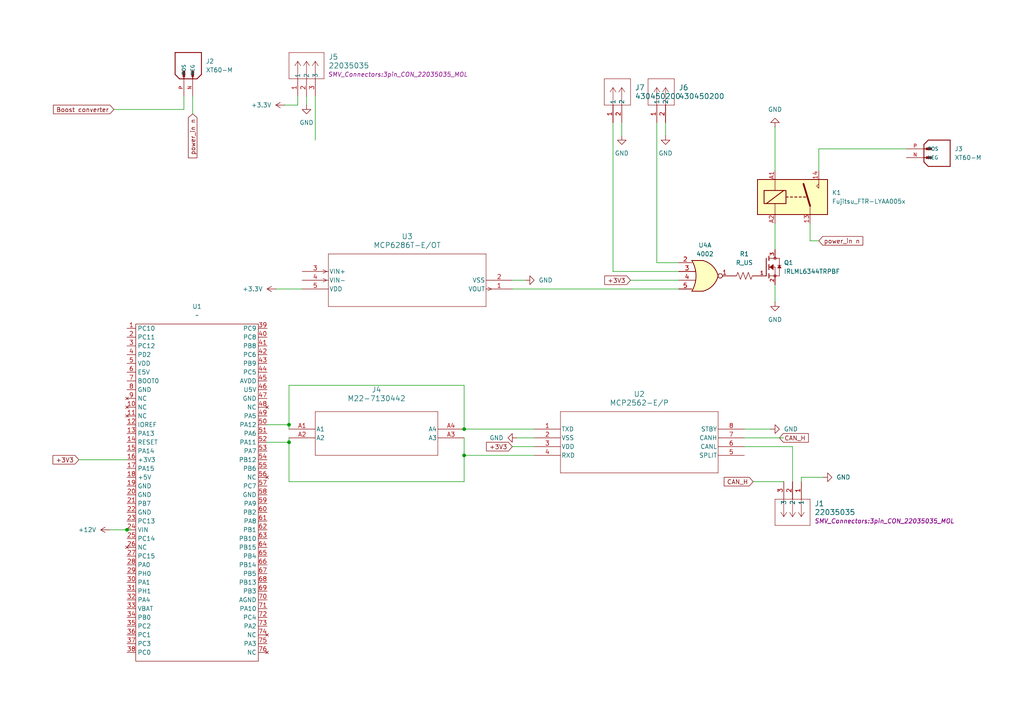
<source format=kicad_sch>
(kicad_sch (version 20250114) (generator "eeschema") (generator_version "9.0")
  (paper "A4")
  (lib_symbols
    (symbol "4xxx:4002" (pin_names (offset 1.016))
      (property "Reference" "U" (at 0 1.27 0))
      (property "Value" "4002" (at 0 -1.27 0))
      (symbol "4002_1_1"
        (arc (start -3.81 4.445) (mid -2.5908 0) (end -3.81 -4.445) (stroke (width 0.254)))
        (polyline (pts (xy -3.81 4.445) (xy -0.635 4.445)) (stroke (width 0.254)) (fill (type background)))
        (polyline (pts (xy -3.81 -4.445) (xy -0.635 -4.445)) (stroke (width 0.254)) (fill (type background)))
        (arc (start -0.6096 4.445) (mid 2.2198 2.8385) (end 3.81 0) (stroke (width 0.254)) (fill (type background)))
        (arc (start 3.81 0) (mid 2.224 -2.8428) (end -0.6096 -4.445) (stroke (width 0.254)) (fill (type background)))
        (polyline (pts (xy -0.635 4.445) (xy -3.81 4.445) (xy -3.81 4.445) (xy -3.6322 4.0894) (xy -3.0988 2.921) (xy -2.7686 1.6764) (xy -2.6162 0.4318) (xy -2.6416 -0.8636) (xy -2.8702 -2.1082) (xy -3.2512 -3.3274) (xy -3.81 -4.445) (xy -3.81 -4.445) (xy -0.635 -4.445)) (stroke (width -25.4)) (fill (type background)))
        (pin input line (at -7.62 3.81 0) (length 3.81) (name "~") (number "2"))
        (pin input line (at -7.62 1.27 0) (length 4.826) (name "~") (number "3"))
        (pin input line (at -7.62 -1.27 0) (length 4.826) (name "~") (number "4"))
        (pin input line (at -7.62 -3.81 0) (length 3.81) (name "~") (number "5"))
        (pin output inverted (at 7.62 0 180) (length 3.81) (name "~") (number "1"))
      )
      (symbol "4002_1_2"
        (arc (start -0.635 4.445) (mid 3.7907 0) (end -0.635 -4.445) (stroke (width 0.254)) (fill (type background)))
        (polyline (pts (xy -0.635 4.445) (xy -3.81 4.445) (xy -3.81 -4.445) (xy -0.635 -4.445)) (stroke (width 0.254)) (fill (type background)))
        (pin input inverted (at -7.62 3.81 0) (length 3.81) (name "~") (number "2"))
        (pin input inverted (at -7.62 1.27 0) (length 3.81) (name "~") (number "3"))
        (pin input inverted (at -7.62 -1.27 0) (length 3.81) (name "~") (number "4"))
        (pin input inverted (at -7.62 -3.81 0) (length 3.81) (name "~") (number "5"))
        (pin output line (at 7.62 0 180) (length 3.81) (name "~") (number "1"))
      )
      (symbol "4002_2_1"
        (arc (start -3.81 4.445) (mid -2.5908 0) (end -3.81 -4.445) (stroke (width 0.254)))
        (polyline (pts (xy -3.81 4.445) (xy -0.635 4.445)) (stroke (width 0.254)) (fill (type background)))
        (polyline (pts (xy -3.81 -4.445) (xy -0.635 -4.445)) (stroke (width 0.254)) (fill (type background)))
        (arc (start -0.6096 4.445) (mid 2.2198 2.8385) (end 3.81 0) (stroke (width 0.254)) (fill (type background)))
        (arc (start 3.81 0) (mid 2.224 -2.8428) (end -0.6096 -4.445) (stroke (width 0.254)) (fill (type background)))
        (polyline (pts (xy -0.635 4.445) (xy -3.81 4.445) (xy -3.81 4.445) (xy -3.6322 4.0894) (xy -3.0988 2.921) (xy -2.7686 1.6764) (xy -2.6162 0.4318) (xy -2.6416 -0.8636) (xy -2.8702 -2.1082) (xy -3.2512 -3.3274) (xy -3.81 -4.445) (xy -3.81 -4.445) (xy -0.635 -4.445)) (stroke (width -25.4)) (fill (type background)))
        (pin input line (at -7.62 3.81 0) (length 3.81) (name "~") (number "9"))
        (pin input line (at -7.62 1.27 0) (length 4.826) (name "~") (number "10"))
        (pin input line (at -7.62 -1.27 0) (length 4.826) (name "~") (number "11"))
        (pin input line (at -7.62 -3.81 0) (length 3.81) (name "~") (number "12"))
        (pin output inverted (at 7.62 0 180) (length 3.81) (name "~") (number "13"))
      )
      (symbol "4002_2_2"
        (arc (start -0.635 4.445) (mid 3.7907 0) (end -0.635 -4.445) (stroke (width 0.254)) (fill (type background)))
        (polyline (pts (xy -0.635 4.445) (xy -3.81 4.445) (xy -3.81 -4.445) (xy -0.635 -4.445)) (stroke (width 0.254)) (fill (type background)))
        (pin input inverted (at -7.62 3.81 0) (length 3.81) (name "~") (number "9"))
        (pin input inverted (at -7.62 1.27 0) (length 3.81) (name "~") (number "10"))
        (pin input inverted (at -7.62 -1.27 0) (length 3.81) (name "~") (number "11"))
        (pin input inverted (at -7.62 -3.81 0) (length 3.81) (name "~") (number "12"))
        (pin output line (at 7.62 0 180) (length 3.81) (name "~") (number "13"))
      )
      (symbol "4002_3_0"
        (pin power_in line (at 0 12.7 270) (length 5.08) (name "VDD") (number "14"))
        (pin power_in line (at 0 -12.7 90) (length 5.08) (name "VSS") (number "7"))
      )
      (symbol "4002_3_1"
        (rectangle (start -5.08 7.62) (end 5.08 -7.62) (stroke (width 0.254)) (fill (type background)))
      )
    )
    (symbol "Device:R_US" (pin_numbers (hide yes)) (pin_names (offset 0))
      (property "Reference" "R" (at 2.54 0 90))
      (property "Value" "R_US" (at -2.54 0 90))
      (symbol "R_US_0_1"
        (polyline (pts (xy 0 2.286) (xy 0 2.54)))
        (polyline (pts (xy 0 2.286) (xy 1.016 1.905) (xy 0 1.524) (xy -1.016 1.143) (xy 0 0.762)))
        (polyline (pts (xy 0 0.762) (xy 1.016 0.381) (xy 0 0) (xy -1.016 -0.381) (xy 0 -0.762)))
        (polyline (pts (xy 0 -0.762) (xy 1.016 -1.143) (xy 0 -1.524) (xy -1.016 -1.905) (xy 0 -2.286)))
        (polyline (pts (xy 0 -2.286) (xy 0 -2.54)))
      )
      (symbol "R_US_1_1"
        (pin passive line (at 0 3.81 270) (length 1.27) (name "~") (number "1"))
        (pin passive line (at 0 -3.81 90) (length 1.27) (name "~") (number "2"))
      )
    )
    (symbol "IRLML6344TRPBF:IRLML6344TRPBF" (pin_names (offset 1.016))
      (property "Reference" "Q" (at -8.89 2.54 0))
      (property "Value" "IRLML6344TRPBF" (at -8.89 -7.62 0))
      (symbol "IRLML6344TRPBF_0_0"
        (polyline (pts (xy 0 2.54) (xy 0 -2.54)) (stroke (width 0.254)))
        (polyline (pts (xy 0.762 3.175) (xy 0.762 2.54)) (stroke (width 0.254)))
        (polyline (pts (xy 0.762 2.54) (xy 0.762 1.905)) (stroke (width 0.254)))
        (polyline (pts (xy 0.762 2.54) (xy 3.81 2.54)) (stroke (width 0.1524)))
        (polyline (pts (xy 0.762 0.762) (xy 0.762 0)) (stroke (width 0.254)))
        (polyline (pts (xy 0.762 0) (xy 0.762 -0.762)) (stroke (width 0.254)))
        (polyline (pts (xy 0.762 0) (xy 2.54 0)) (stroke (width 0.1524)))
        (polyline (pts (xy 0.762 -1.905) (xy 0.762 -3.175)) (stroke (width 0.254)))
        (polyline (pts (xy 1.016 0) (xy 2.032 0.762) (xy 2.032 -0.762) (xy 1.016 0)) (stroke (width 0.1524)) (fill (type outline)))
        (circle (center 2.54 2.54) (radius 0.3592))
        (polyline (pts (xy 2.54 0) (xy 2.54 -2.54)) (stroke (width 0.1524)))
        (circle (center 2.54 -2.54) (radius 0.3592))
        (polyline (pts (xy 3.81 2.54) (xy 3.81 0.508)) (stroke (width 0.1524)))
        (polyline (pts (xy 3.81 0.508) (xy 3.302 0.508)) (stroke (width 0.1524)))
        (polyline (pts (xy 3.81 0.508) (xy 3.81 -2.54)) (stroke (width 0.1524)))
        (polyline (pts (xy 3.81 0.508) (xy 3.302 -0.254) (xy 4.318 -0.254) (xy 3.81 0.508)) (stroke (width 0.1524)) (fill (type outline)))
        (polyline (pts (xy 3.81 -2.54) (xy 0.762 -2.54)) (stroke (width 0.1524)))
        (polyline (pts (xy 4.318 0.508) (xy 3.81 0.508)) (stroke (width 0.1524)))
        (pin passive line (at -2.54 -2.54 0) (length 2.54) (name "~") (number "1"))
        (pin passive line (at 2.54 5.08 270) (length 2.54) (name "~") (number "3"))
        (pin passive line (at 2.54 -5.08 90) (length 2.54) (name "~") (number "2"))
      )
    )
    (symbol "Relay:Fujitsu_FTR-LYAA005x"
      (property "Reference" "K" (at 11.43 3.81 0))
      (property "Value" "Fujitsu_FTR-LYAA005x" (at 11.43 1.27 0))
      (symbol "Fujitsu_FTR-LYAA005x_0_0"
        (polyline (pts (xy 7.62 5.08) (xy 7.62 2.54) (xy 6.985 3.175) (xy 7.62 3.81)))
      )
      (symbol "Fujitsu_FTR-LYAA005x_0_1"
        (rectangle (start -10.16 5.08) (end 10.16 -5.08) (stroke (width 0.254)) (fill (type background)))
        (rectangle (start -8.255 1.905) (end -1.905 -1.905) (stroke (width 0.254)))
        (polyline (pts (xy -7.62 -1.905) (xy -2.54 1.905)) (stroke (width 0.254)))
        (polyline (pts (xy -5.08 5.08) (xy -5.08 1.905)))
        (polyline (pts (xy -5.08 -5.08) (xy -5.08 -1.905)))
        (polyline (pts (xy -1.905 0) (xy -1.27 0)) (stroke (width 0.254)))
        (polyline (pts (xy -0.635 0) (xy 0 0)) (stroke (width 0.254)))
        (polyline (pts (xy 0.635 0) (xy 1.27 0)) (stroke (width 0.254)))
        (polyline (pts (xy 1.905 0) (xy 2.54 0)) (stroke (width 0.254)))
        (polyline (pts (xy 3.175 0) (xy 3.81 0)) (stroke (width 0.254)))
        (polyline (pts (xy 5.08 -2.54) (xy 3.175 3.81)) (stroke (width 0.508)))
        (polyline (pts (xy 5.08 -2.54) (xy 5.08 -5.08)))
      )
      (symbol "Fujitsu_FTR-LYAA005x_1_1"
        (pin passive line (at -5.08 7.62 270) (length 2.54) (name "~") (number "A1"))
        (pin passive line (at -5.08 -7.62 90) (length 2.54) (name "~") (number "A2"))
        (pin passive line (at 5.08 -7.62 90) (length 2.54) (name "~") (number "13"))
        (pin passive line (at 7.62 7.62 270) (length 2.54) (name "~") (number "14"))
      )
    )
    (symbol "SMV_Custom:3-pin Mini Molex Spox" (pin_names (offset 0.254))
      (property "Reference" "J" (at 8.89 6.35 0))
      (property "Value" "22035035" (at -3.81 3.81 0))
      (property "Footprint" "SMV_Connectors:3pin_CON_22035035_MOL" (at 0 0 0))
      (symbol "3-pin Mini Molex Spox_1_1"
        (polyline (pts (xy 5.08 2.54) (xy 5.08 -7.62)) (stroke (width 0.127)))
        (polyline (pts (xy 5.08 -7.62) (xy 12.7 -7.62)) (stroke (width 0.127)))
        (polyline (pts (xy 10.16 0) (xy 5.08 0)) (stroke (width 0.127)))
        (polyline (pts (xy 10.16 0) (xy 8.89 0.8467)) (stroke (width 0.127)))
        (polyline (pts (xy 10.16 0) (xy 8.89 -0.8467)) (stroke (width 0.127)))
        (polyline (pts (xy 10.16 -2.54) (xy 5.08 -2.54)) (stroke (width 0.127)))
        (polyline (pts (xy 10.16 -2.54) (xy 8.89 -1.6933)) (stroke (width 0.127)))
        (polyline (pts (xy 10.16 -2.54) (xy 8.89 -3.3867)) (stroke (width 0.127)))
        (polyline (pts (xy 10.16 -5.08) (xy 5.08 -5.08)) (stroke (width 0.127)))
        (polyline (pts (xy 10.16 -5.08) (xy 8.89 -4.2333)) (stroke (width 0.127)))
        (polyline (pts (xy 10.16 -5.08) (xy 8.89 -5.9267)) (stroke (width 0.127)))
        (polyline (pts (xy 12.7 2.54) (xy 5.08 2.54)) (stroke (width 0.127)))
        (polyline (pts (xy 12.7 -7.62) (xy 12.7 2.54)) (stroke (width 0.127)))
        (pin unspecified line (at 0 0 0) (length 5.08) (name "1") (number "1"))
        (pin unspecified line (at 0 -2.54 0) (length 5.08) (name "2") (number "2"))
        (pin unspecified line (at 0 -5.08 0) (length 5.08) (name "3") (number "3"))
      )
      (symbol "3-pin Mini Molex Spox_1_2"
        (polyline (pts (xy 5.08 2.54) (xy 5.08 -7.62)) (stroke (width 0.127)))
        (polyline (pts (xy 5.08 -7.62) (xy 12.7 -7.62)) (stroke (width 0.127)))
        (polyline (pts (xy 7.62 0) (xy 5.08 0)) (stroke (width 0.127)))
        (polyline (pts (xy 7.62 0) (xy 8.89 0.8467)) (stroke (width 0.127)))
        (polyline (pts (xy 7.62 0) (xy 8.89 -0.8467)) (stroke (width 0.127)))
        (polyline (pts (xy 7.62 -2.54) (xy 5.08 -2.54)) (stroke (width 0.127)))
        (polyline (pts (xy 7.62 -2.54) (xy 8.89 -1.6933)) (stroke (width 0.127)))
        (polyline (pts (xy 7.62 -2.54) (xy 8.89 -3.3867)) (stroke (width 0.127)))
        (polyline (pts (xy 7.62 -5.08) (xy 5.08 -5.08)) (stroke (width 0.127)))
        (polyline (pts (xy 7.62 -5.08) (xy 8.89 -4.2333)) (stroke (width 0.127)))
        (polyline (pts (xy 7.62 -5.08) (xy 8.89 -5.9267)) (stroke (width 0.127)))
        (polyline (pts (xy 12.7 2.54) (xy 5.08 2.54)) (stroke (width 0.127)))
        (polyline (pts (xy 12.7 -7.62) (xy 12.7 2.54)) (stroke (width 0.127)))
        (pin unspecified line (at 0 0 0) (length 5.08) (name "1") (number "1"))
        (pin unspecified line (at 0 -2.54 0) (length 5.08) (name "2") (number "2"))
        (pin unspecified line (at 0 -5.08 0) (length 5.08) (name "3") (number "3"))
      )
    )
    (symbol "SMV_Custom:430450200" (pin_names (offset 0.254))
      (property "Reference" "J" (at 8.89 6.35 0))
      (property "Value" "430450200" (at -3.048 -7.62 0))
      (symbol "430450200_1_1"
        (polyline (pts (xy 5.08 2.54) (xy 5.08 -5.08)) (stroke (width 0.127)))
        (polyline (pts (xy 5.08 -5.08) (xy 12.7 -5.08)) (stroke (width 0.127)))
        (polyline (pts (xy 10.16 0) (xy 5.08 0)) (stroke (width 0.127)))
        (polyline (pts (xy 10.16 0) (xy 8.89 0.8467)) (stroke (width 0.127)))
        (polyline (pts (xy 10.16 0) (xy 8.89 -0.8467)) (stroke (width 0.127)))
        (polyline (pts (xy 10.16 -2.54) (xy 5.08 -2.54)) (stroke (width 0.127)))
        (polyline (pts (xy 10.16 -2.54) (xy 8.89 -1.6933)) (stroke (width 0.127)))
        (polyline (pts (xy 10.16 -2.54) (xy 8.89 -3.3867)) (stroke (width 0.127)))
        (polyline (pts (xy 12.7 2.54) (xy 5.08 2.54)) (stroke (width 0.127)))
        (polyline (pts (xy 12.7 -5.08) (xy 12.7 2.54)) (stroke (width 0.127)))
        (pin unspecified line (at 0 0 0) (length 5.08) (name "1") (number "1"))
        (pin unspecified line (at 0 -2.54 0) (length 5.08) (name "2") (number "2"))
      )
      (symbol "430450200_1_2"
        (polyline (pts (xy 5.08 2.54) (xy 5.08 -5.08)) (stroke (width 0.127)))
        (polyline (pts (xy 5.08 -5.08) (xy 12.7 -5.08)) (stroke (width 0.127)))
        (polyline (pts (xy 7.62 0) (xy 5.08 0)) (stroke (width 0.127)))
        (polyline (pts (xy 7.62 0) (xy 8.89 0.8467)) (stroke (width 0.127)))
        (polyline (pts (xy 7.62 0) (xy 8.89 -0.8467)) (stroke (width 0.127)))
        (polyline (pts (xy 7.62 -2.54) (xy 5.08 -2.54)) (stroke (width 0.127)))
        (polyline (pts (xy 7.62 -2.54) (xy 8.89 -1.6933)) (stroke (width 0.127)))
        (polyline (pts (xy 7.62 -2.54) (xy 8.89 -3.3867)) (stroke (width 0.127)))
        (polyline (pts (xy 12.7 2.54) (xy 5.08 2.54)) (stroke (width 0.127)))
        (polyline (pts (xy 12.7 -5.08) (xy 12.7 2.54)) (stroke (width 0.127)))
        (pin unspecified line (at 0 0 0) (length 5.08) (name "1") (number "1"))
        (pin unspecified line (at 0 -2.54 0) (length 5.08) (name "2") (number "2"))
      )
    )
    (symbol "SMV_Custom:M22-7130442" (pin_names (offset 0.254))
      (property "Reference" "J" (at 25.4 10.16 0))
      (property "Value" "M22-7130442" (at 25.4 7.62 0))
      (symbol "M22-7130442_0_1"
        (polyline (pts (xy 7.62 5.08) (xy 7.62 -7.62)) (stroke (width 0.127)))
        (polyline (pts (xy 7.62 -7.62) (xy 43.18 -7.62)) (stroke (width 0.127)))
        (polyline (pts (xy 43.18 5.08) (xy 7.62 5.08)) (stroke (width 0.127)))
        (polyline (pts (xy 43.18 -7.62) (xy 43.18 5.08)) (stroke (width 0.127)))
        (pin unspecified line (at 0 0 0) (length 7.62) (name "A1") (number "A1"))
        (pin unspecified line (at 0 -2.54 0) (length 7.62) (name "A2") (number "A2"))
        (pin unspecified line (at 50.8 0 180) (length 7.62) (name "A4") (number "A4"))
        (pin unspecified line (at 50.8 -2.54 180) (length 7.62) (name "A3") (number "A3"))
      )
    )
    (symbol "SMV_Custom:MCP6286T-E_OT" (pin_names (offset 0.254))
      (property "Reference" "U" (at 30.48 10.16 0))
      (property "Value" "MCP6286T-E/OT" (at 30.48 7.62 0))
      (symbol "MCP6286T-E_OT_0_1"
        (polyline (pts (xy 7.0993 0.5207) (xy 6.0579 0)) (stroke (width 0.127)))
        (polyline (pts (xy 7.0993 -0.5207) (xy 6.0579 0)) (stroke (width 0.127)))
        (polyline (pts (xy 7.62 5.08) (xy 7.62 -10.16)) (stroke (width 0.127)))
        (polyline (pts (xy 7.62 -10.16) (xy 53.34 -10.16)) (stroke (width 0.127)))
        (polyline (pts (xy 53.34 5.08) (xy 7.62 5.08)) (stroke (width 0.127)))
        (polyline (pts (xy 53.34 -10.16) (xy 53.34 5.08)) (stroke (width 0.127)))
        (polyline (pts (xy 53.8607 -2.54) (xy 54.9021 -2.0193)) (stroke (width 0.127)))
        (polyline (pts (xy 53.8607 -2.54) (xy 54.9021 -3.0607)) (stroke (width 0.127)))
        (polyline (pts (xy 53.8607 -5.08) (xy 54.9021 -4.5593)) (stroke (width 0.127)))
        (polyline (pts (xy 53.8607 -5.08) (xy 54.9021 -5.6007)) (stroke (width 0.127)))
        (pin output line (at 0 0 0) (length 7.62) (name "VOUT") (number "1"))
        (pin power_in line (at 0 -2.54 0) (length 7.62) (name "VSS") (number "2"))
        (pin power_in line (at 60.96 0 180) (length 7.62) (name "VDD") (number "5"))
        (pin input line (at 60.96 -2.54 180) (length 7.62) (name "VIN-") (number "4"))
        (pin input line (at 60.96 -5.08 180) (length 7.62) (name "VIN+") (number "3"))
      )
    )
    (symbol "SMV_Custom:STM32_Nucleo_F446RE"
      (property "Reference" "U" (at 0 0 0))
      (symbol "STM32_Nucleo_F446RE_0_1"
        (rectangle (start -17.78 -1.27) (end 17.78 -99.06))
      )
      (symbol "STM32_Nucleo_F446RE_1_1"
        (pin bidirectional line (at -20.32 -2.54 0) (length 2.54) (name "PC10") (number "1"))
        (pin bidirectional line (at -20.32 -5.08 0) (length 2.54) (name "PC11") (number "2"))
        (pin bidirectional line (at -20.32 -7.62 0) (length 2.54) (name "PC12") (number "3"))
        (pin bidirectional line (at -20.32 -10.16 0) (length 2.54) (name "PD2") (number "4"))
        (pin power_in line (at -20.32 -12.7 0) (length 2.54) (name "VDD") (number "5"))
        (pin power_in line (at -20.32 -15.24 0) (length 2.54) (name "E5V") (number "6"))
        (pin input line (at -20.32 -17.78 0) (length 2.54) (name "BOOT0") (number "7"))
        (pin power_in line (at -20.32 -20.32 0) (length 2.54) (name "GND") (number "8"))
        (pin no_connect line (at -20.32 -22.86 0) (length 2.54) (name "NC") (number "9"))
        (pin no_connect line (at -20.32 -25.4 0) (length 2.54) (name "NC") (number "10"))
        (pin no_connect line (at -20.32 -27.94 0) (length 2.54) (name "NC") (number "11"))
        (pin input line (at -20.32 -30.48 0) (length 2.54) (name "IOREF") (number "12"))
        (pin bidirectional line (at -20.32 -33.02 0) (length 2.54) (name "PA13") (number "13"))
        (pin input line (at -20.32 -35.56 0) (length 2.54) (name "RESET") (number "14"))
        (pin bidirectional line (at -20.32 -38.1 0) (length 2.54) (name "PA14") (number "15"))
        (pin power_in line (at -20.32 -40.64 0) (length 2.54) (name "+3V3") (number "16"))
        (pin bidirectional line (at -20.32 -43.18 0) (length 2.54) (name "PA15") (number "17"))
        (pin power_in line (at -20.32 -45.72 0) (length 2.54) (name "+5V") (number "18"))
        (pin power_in line (at -20.32 -48.26 0) (length 2.54) (name "GND") (number "19"))
        (pin power_in line (at -20.32 -50.8 0) (length 2.54) (name "GND") (number "20"))
        (pin bidirectional line (at -20.32 -53.34 0) (length 2.54) (name "PB7") (number "21"))
        (pin power_in line (at -20.32 -55.88 0) (length 2.54) (name "GND") (number "22"))
        (pin bidirectional line (at -20.32 -58.42 0) (length 2.54) (name "PC13") (number "23"))
        (pin power_in line (at -20.32 -60.96 0) (length 2.54) (name "VIN") (number "24"))
        (pin bidirectional line (at -20.32 -63.5 0) (length 2.54) (name "PC14") (number "25"))
        (pin no_connect line (at -20.32 -66.04 0) (length 2.54) (name "NC") (number "26"))
        (pin bidirectional line (at -20.32 -68.58 0) (length 2.54) (name "PC15") (number "27"))
        (pin bidirectional line (at -20.32 -71.12 0) (length 2.54) (name "PA0") (number "28"))
        (pin bidirectional line (at -20.32 -73.66 0) (length 2.54) (name "PH0") (number "29"))
        (pin bidirectional line (at -20.32 -76.2 0) (length 2.54) (name "PA1") (number "30"))
        (pin bidirectional line (at -20.32 -78.74 0) (length 2.54) (name "PH1") (number "31"))
        (pin bidirectional line (at -20.32 -81.28 0) (length 2.54) (name "PA4") (number "32"))
        (pin power_in line (at -20.32 -83.82 0) (length 2.54) (name "VBAT") (number "33"))
        (pin bidirectional line (at -20.32 -86.36 0) (length 2.54) (name "PB0") (number "34"))
        (pin bidirectional line (at -20.32 -88.9 0) (length 2.54) (name "PC2") (number "35"))
        (pin bidirectional line (at -20.32 -91.44 0) (length 2.54) (name "PC1") (number "36"))
        (pin bidirectional line (at -20.32 -93.98 0) (length 2.54) (name "PC3") (number "37"))
        (pin bidirectional line (at -20.32 -96.52 0) (length 2.54) (name "PC0") (number "38"))
        (pin bidirectional line (at 20.32 -2.54 180) (length 2.54) (name "PC9") (number "39"))
        (pin bidirectional line (at 20.32 -5.08 180) (length 2.54) (name "PC8") (number "40"))
        (pin bidirectional line (at 20.32 -7.62 180) (length 2.54) (name "PB8") (number "41"))
        (pin bidirectional line (at 20.32 -10.16 180) (length 2.54) (name "PC6") (number "42"))
        (pin bidirectional line (at 20.32 -12.7 180) (length 2.54) (name "PB9") (number "43"))
        (pin bidirectional line (at 20.32 -15.24 180) (length 2.54) (name "PC5") (number "44"))
        (pin power_in line (at 20.32 -17.78 180) (length 2.54) (name "AVDD") (number "45"))
        (pin power_in line (at 20.32 -20.32 180) (length 2.54) (name "U5V") (number "46"))
        (pin power_in line (at 20.32 -22.86 180) (length 2.54) (name "GND") (number "47"))
        (pin no_connect line (at 20.32 -25.4 180) (length 2.54) (name "NC") (number "48"))
        (pin bidirectional line (at 20.32 -27.94 180) (length 2.54) (name "PA5") (number "49"))
        (pin bidirectional line (at 20.32 -30.48 180) (length 2.54) (name "PA12") (number "50"))
        (pin bidirectional line (at 20.32 -33.02 180) (length 2.54) (name "PA6") (number "51"))
        (pin bidirectional line (at 20.32 -35.56 180) (length 2.54) (name "PA11") (number "52"))
        (pin bidirectional line (at 20.32 -38.1 180) (length 2.54) (name "PA7") (number "53"))
        (pin bidirectional line (at 20.32 -40.64 180) (length 2.54) (name "PB12") (number "54"))
        (pin bidirectional line (at 20.32 -43.18 180) (length 2.54) (name "PB6") (number "55"))
        (pin no_connect line (at 20.32 -45.72 180) (length 2.54) (name "NC") (number "56"))
        (pin bidirectional line (at 20.32 -48.26 180) (length 2.54) (name "PC7") (number "57"))
        (pin power_in line (at 20.32 -50.8 180) (length 2.54) (name "GND") (number "58"))
        (pin bidirectional line (at 20.32 -53.34 180) (length 2.54) (name "PA9") (number "59"))
        (pin bidirectional line (at 20.32 -55.88 180) (length 2.54) (name "PB2") (number "60"))
        (pin bidirectional line (at 20.32 -58.42 180) (length 2.54) (name "PA8") (number "61"))
        (pin bidirectional line (at 20.32 -60.96 180) (length 2.54) (name "PB1") (number "62"))
        (pin bidirectional line (at 20.32 -63.5 180) (length 2.54) (name "PB10") (number "63"))
        (pin bidirectional line (at 20.32 -66.04 180) (length 2.54) (name "PB15") (number "64"))
        (pin bidirectional line (at 20.32 -68.58 180) (length 2.54) (name "PB4") (number "65"))
        (pin bidirectional line (at 20.32 -71.12 180) (length 2.54) (name "PB14") (number "66"))
        (pin bidirectional line (at 20.32 -73.66 180) (length 2.54) (name "PB5") (number "67"))
        (pin bidirectional line (at 20.32 -76.2 180) (length 2.54) (name "PB13") (number "68"))
        (pin bidirectional line (at 20.32 -78.74 180) (length 2.54) (name "PB3") (number "69"))
        (pin power_in line (at 20.32 -81.28 180) (length 2.54) (name "AGND") (number "70"))
        (pin bidirectional line (at 20.32 -83.82 180) (length 2.54) (name "PA10") (number "71"))
        (pin bidirectional line (at 20.32 -86.36 180) (length 2.54) (name "PC4") (number "72"))
        (pin bidirectional line (at 20.32 -88.9 180) (length 2.54) (name "PA2") (number "73"))
        (pin no_connect line (at 20.32 -91.44 180) (length 2.54) (name "NC") (number "74"))
        (pin bidirectional line (at 20.32 -93.98 180) (length 2.54) (name "PA3") (number "75"))
        (pin no_connect line (at 20.32 -96.52 180) (length 2.54) (name "NC") (number "76"))
      )
    )
    (symbol "SMV_Custom:XT60-M" (pin_names (offset 1.016))
      (property "Reference" "J" (at 0 6.35 0))
      (property "Value" "XT60-M" (at 0 -5.08 0))
      (symbol "XT60-M_0_0"
        (polyline (pts (xy 0 3.81) (xy 0 2.54)) (stroke (width 0.254)))
        (polyline (pts (xy 0 3.81) (xy 1.27 5.08)) (stroke (width 0.254)))
        (polyline (pts (xy 0 2.54) (xy 0 -1.27)) (stroke (width 0.254)))
        (polyline (pts (xy 0 2.54) (xy 1.905 2.54)) (stroke (width 0.254)))
        (polyline (pts (xy 0 0) (xy 1.905 0)) (stroke (width 0.254)))
        (polyline (pts (xy 0 -1.27) (xy 1.27 -2.54)) (stroke (width 0.254)))
        (rectangle (start 0.635 2.2225) (end 2.2225 2.8575) (stroke (width 0.1)) (fill (type outline)))
        (rectangle (start 0.635 -0.3175) (end 2.2225 0.3175) (stroke (width 0.1)) (fill (type outline)))
        (polyline (pts (xy 1.27 -2.54) (xy 7.62 -2.54)) (stroke (width 0.254)))
        (polyline (pts (xy 7.62 5.08) (xy 1.27 5.08)) (stroke (width 0.254)))
        (polyline (pts (xy 7.62 -2.54) (xy 7.62 5.08)) (stroke (width 0.254)))
        (pin passive line (at -5.08 2.54 0) (length 5.08) (name "POS") (number "P"))
        (pin passive line (at -5.08 0 0) (length 5.08) (name "NEG") (number "N"))
      )
    )
    (symbol "can-tranciever:MCP2562-E_P" (pin_names (offset 0.254))
      (property "Reference" "U" (at 30.48 10.16 0))
      (property "Value" "MCP2562-E/P" (at 30.48 7.62 0))
      (symbol "MCP2562-E_P_0_1"
        (polyline (pts (xy 7.62 5.08) (xy 7.62 -12.7)) (stroke (width 0.127)))
        (polyline (pts (xy 7.62 -12.7) (xy 53.34 -12.7)) (stroke (width 0.127)))
        (polyline (pts (xy 53.34 5.08) (xy 7.62 5.08)) (stroke (width 0.127)))
        (polyline (pts (xy 53.34 -12.7) (xy 53.34 5.08)) (stroke (width 0.127)))
        (pin input line (at 0 0 0) (length 7.62) (name "TXD") (number "1"))
        (pin power_in line (at 0 -2.54 0) (length 7.62) (name "VSS") (number "2"))
        (pin power_in line (at 0 -5.08 0) (length 7.62) (name "VDD") (number "3"))
        (pin output line (at 0 -7.62 0) (length 7.62) (name "RXD") (number "4"))
        (pin input line (at 60.96 0 180) (length 7.62) (name "STBY") (number "8"))
        (pin bidirectional line (at 60.96 -2.54 180) (length 7.62) (name "CANH") (number "7"))
        (pin bidirectional line (at 60.96 -5.08 180) (length 7.62) (name "CANL") (number "6"))
        (pin unspecified line (at 60.96 -7.62 180) (length 7.62) (name "SPLIT") (number "5"))
      )
    )
    (symbol "power:+12V" (power) (pin_numbers (hide yes)) (pin_names (offset 0) (hide yes))
      (property "Value" "+12V" (at 0 3.556 0))
      (symbol "+12V_0_1"
        (polyline (pts (xy -0.762 1.27) (xy 0 2.54)))
        (polyline (pts (xy 0 2.54) (xy 0.762 1.27)))
        (polyline (pts (xy 0 0) (xy 0 2.54)))
      )
      (symbol "+12V_1_1"
        (pin power_in line (at 0 0 90) (length 0) (name "~") (number "1"))
      )
    )
    (symbol "power:+3.3V" (power) (pin_numbers (hide yes)) (pin_names (offset 0) (hide yes))
      (property "Value" "+3.3V" (at 0 3.556 0))
      (symbol "+3.3V_0_1"
        (polyline (pts (xy -0.762 1.27) (xy 0 2.54)))
        (polyline (pts (xy 0 2.54) (xy 0.762 1.27)))
        (polyline (pts (xy 0 0) (xy 0 2.54)))
      )
      (symbol "+3.3V_1_1"
        (pin power_in line (at 0 0 90) (length 0) (name "~") (number "1"))
      )
    )
    (symbol "power:GND" (power) (pin_numbers (hide yes)) (pin_names (offset 0) (hide yes))
      (property "Value" "GND" (at 0 -3.81 0))
      (symbol "GND_0_1"
        (polyline (pts (xy 0 0) (xy 0 -1.27) (xy 1.27 -1.27) (xy 0 -2.54) (xy -1.27 -1.27) (xy 0 -1.27)))
      )
      (symbol "GND_1_1"
        (pin power_in line (at 0 0 270) (length 0) (name "~") (number "1"))
      )
    )
  )
  (junction (at 36.83 153.67))
  (junction (at 83.82 128.27))
  (junction (at 134.62 132.08))
  (junction (at 83.82 123.19))
  (junction (at 134.62 124.46))
  (wire (pts (xy 134.62 127) (xy 134.62 132.08)))
  (wire (pts (xy 177.8 78.74) (xy 196.85 78.74)))
  (wire (pts (xy 190.5 76.2) (xy 190.5 35.56)))
  (wire (pts (xy 134.62 139.7) (xy 134.62 132.08)))
  (wire (pts (xy 86.36 30.48) (xy 86.36 27.94)))
  (wire (pts (xy 215.9 127) (xy 227.33 127)))
  (wire (pts (xy 148.59 81.28) (xy 152.4 81.28)))
  (wire (pts (xy 33.02 31.75) (xy 53.34 31.75)))
  (wire (pts (xy 182.88 81.28) (xy 196.85 81.28)))
  (wire (pts (xy 148.59 129.54) (xy 154.94 129.54)))
  (wire (pts (xy 55.88 27.94) (xy 55.88 33.02)))
  (wire (pts (xy 88.9 27.94) (xy 88.9 30.48)))
  (wire (pts (xy 234.95 64.77) (xy 234.95 69.85)))
  (wire (pts (xy 148.59 83.82) (xy 196.85 83.82)))
  (wire (pts (xy 224.79 82.55) (xy 224.79 87.63)))
  (wire (pts (xy 232.41 138.43) (xy 238.76 138.43)))
  (wire (pts (xy 91.44 27.94) (xy 91.44 40.64)))
  (wire (pts (xy 77.47 123.19) (xy 83.82 123.19)))
  (wire (pts (xy 232.41 139.7) (xy 232.41 138.43)))
  (wire (pts (xy 237.49 43.18) (xy 262.89 43.18)))
  (wire (pts (xy 218.44 139.7) (xy 227.33 139.7)))
  (wire (pts (xy 196.85 76.2) (xy 190.5 76.2)))
  (wire (pts (xy 224.79 36.83) (xy 224.79 49.53)))
  (wire (pts (xy 237.49 43.18) (xy 237.49 49.53)))
  (wire (pts (xy 22.86 133.35) (xy 36.83 133.35)))
  (wire (pts (xy 134.62 124.46) (xy 134.62 111.76)))
  (wire (pts (xy 83.82 123.19) (xy 83.82 124.46)))
  (wire (pts (xy 149.86 127) (xy 154.94 127)))
  (wire (pts (xy 53.34 31.75) (xy 53.34 27.94)))
  (wire (pts (xy 83.82 139.7) (xy 134.62 139.7)))
  (wire (pts (xy 134.62 124.46) (xy 154.94 124.46)))
  (wire (pts (xy 193.04 35.56) (xy 193.04 39.37)))
  (wire (pts (xy 80.01 83.82) (xy 87.63 83.82)))
  (wire (pts (xy 224.79 64.77) (xy 224.79 72.39)))
  (wire (pts (xy 215.9 124.46) (xy 223.52 124.46)))
  (wire (pts (xy 234.95 69.85) (xy 237.49 69.85)))
  (wire (pts (xy 82.55 30.48) (xy 86.36 30.48)))
  (wire (pts (xy 31.75 153.67) (xy 36.83 153.67)))
  (wire (pts (xy 180.34 35.56) (xy 180.34 39.37)))
  (wire (pts (xy 77.47 128.27) (xy 83.82 128.27)))
  (wire (pts (xy 177.8 35.56) (xy 177.8 78.74)))
  (wire (pts (xy 83.82 128.27) (xy 83.82 127)))
  (wire (pts (xy 134.62 132.08) (xy 154.94 132.08)))
  (wire (pts (xy 229.87 129.54) (xy 215.9 129.54)))
  (wire (pts (xy 83.82 111.76) (xy 83.82 123.19)))
  (wire (pts (xy 134.62 111.76) (xy 83.82 111.76)))
  (wire (pts (xy 36.83 153.67) (xy 38.1 153.67)))
  (wire (pts (xy 83.82 128.27) (xy 83.82 139.7)))
  (wire (pts (xy 229.87 129.54) (xy 229.87 139.7)))
  (global_label "+3V3" (shape input) (at 148.59 129.54 180) (property "Intersheetrefs" "${INTERSHEET_REFS}" (effects (hide yes))))
  (global_label "Boost converter" (shape input) (at 33.02 31.75 180) (property "Intersheetrefs" "${INTERSHEET_REFS}" (effects (hide yes))))
  (global_label "CAN_H" (shape input) (at 226.06 127 0) (property "Intersheetrefs" "${INTERSHEET_REFS}" (effects (hide yes))))
  (global_label "power_in n" (shape input) (at 237.49 69.85 0) (property "Intersheetrefs" "${INTERSHEET_REFS}" (effects (hide yes))))
  (global_label "power_in n" (shape input) (at 55.88 33.02 270) (property "Intersheetrefs" "${INTERSHEET_REFS}" (effects (hide yes))))
  (global_label "+3V3" (shape input) (at 22.86 133.35 180) (property "Intersheetrefs" "${INTERSHEET_REFS}" (effects (hide yes))))
  (global_label "CAN_H" (shape input) (at 218.44 139.7 180) (property "Intersheetrefs" "${INTERSHEET_REFS}" (effects (hide yes))))
  (global_label "+3V3" (shape input) (at 182.88 81.28 180) (property "Intersheetrefs" "${INTERSHEET_REFS}" (effects (hide yes))))
  (symbol (lib_id "power:+12V") (at 31.75 153.67 90) (unit 1)
    (property "Reference" "#PWR01" (effects (hide yes)))
    (property "Value" "+12V" (at 27.94 153.6699 90) (effects (justify left)))
    (property "Description" "Power symbol creates a global label with name \"+12V\"" (effects (hide yes)))
  )
  (symbol (lib_id "power:GND") (at 180.34 39.37 0) (unit 1)
    (property "Reference" "#PWR07" (effects (hide yes)))
    (property "Value" "GND" (at 180.34 44.45 0))
    (property "Description" "Power symbol creates a global label with name \"GND\" , ground" (effects (hide yes)))
  )
  (symbol (lib_id "SMV_Custom:MCP6286T-E_OT") (at 148.59 83.82 180) (unit 1)
    (property "Reference" "U3" (at 118.11 68.58 0) (effects (font (size 1.524 1.524))))
    (property "Value" "MCP6286T-E/OT" (at 118.11 71.12 0) (effects (font (size 1.524 1.524))))
    (property "Footprint" "SMV_ICs:SOT-23-5_MC_MCH" (effects (hide yes)))
    (property "Datasheet" "MCP6286T-E/OT" (effects (hide yes)))
  )
  (symbol (lib_id "SMV_Custom:M22-7130442") (at 83.82 124.46 0) (unit 1)
    (property "Reference" "J4" (at 109.22 113.03 0) (effects (font (size 1.524 1.524))))
    (property "Value" "M22-7130442" (at 109.22 115.57 0) (effects (font (size 1.524 1.524))))
    (property "Footprint" "M22-7130442_TYC" (effects (hide yes)))
    (property "Datasheet" "M22-7130442" (effects (hide yes)))
  )
  (symbol (lib_id "can-tranciever:MCP2562-E_P") (at 154.94 124.46 0) (unit 1)
    (property "Reference" "U2" (at 185.42 114.3 0) (effects (font (size 1.524 1.524))))
    (property "Value" "MCP2562-E/P" (at 185.42 116.84 0) (effects (font (size 1.524 1.524))))
    (property "Footprint" "PDIP8_300MC_MCH" (effects (hide yes)))
    (property "Datasheet" "MCP2562-E/P" (effects (hide yes)))
  )
  (symbol (lib_id "power:GND") (at 224.79 36.83 180) (unit 1)
    (property "Reference" "#PWR03" (effects (hide yes)))
    (property "Value" "GND" (at 224.79 31.75 0))
    (property "Description" "Power symbol creates a global label with name \"GND\" , ground" (effects (hide yes)))
  )
  (symbol (lib_id "SMV_Custom:STM32_Nucleo_F446RE") (at 57.15 92.71 0) (unit 1)
    (property "Reference" "U1" (at 57.15 88.9 0))
    (property "Value" "~" (at 57.15 91.44 0))
  )
  (symbol (lib_id "SMV_Custom:3-pin Mini Molex Spox") (at 86.36 27.94 90) (unit 1)
    (property "Reference" "J5" (at 95.25 16.5099 90) (effects (font (size 1.524 1.524)) (justify right)))
    (property "Value" "22035035" (at 95.25 19.0499 90) (effects (font (size 1.524 1.524)) (justify right)))
    (property "Footprint" "SMV_Connectors:3pin_CON_22035035_MOL" (at 95.25 21.5899 90) (effects (font (italic yes)) (justify right)))
    (property "Datasheet" "3-pin Mini Molex Spox" (effects (hide yes)))
  )
  (symbol (lib_id "Relay:Fujitsu_FTR-LYAA005x") (at 229.87 57.15 0) (unit 1)
    (property "Reference" "K1" (at 241.3 55.8799 0) (effects (justify left)))
    (property "Value" "Fujitsu_FTR-LYAA005x" (at 241.3 58.4199 0) (effects (justify left)))
    (property "Footprint" "Relay_THT:Relay_SPST-NO_Fujitsu_FTR-LYAA005x_FormA_Vertical" (effects (hide yes)))
    (property "Datasheet" "https://www.fujitsu.com/sg/imagesgig5/ftr-ly.pdf" (effects (hide yes)))
    (property "Description" "Relay, SPST Form A, vertical mount, 5-60V coil, 6A, 250VAC, 28 x 5 x 15mm" (effects (hide yes)))
  )
  (symbol (lib_id "power:GND") (at 149.86 127 270) (unit 1)
    (property "Reference" "#PWR04" (effects (hide yes)))
    (property "Value" "GND" (at 146.05 126.9999 90) (effects (justify right)))
    (property "Description" "Power symbol creates a global label with name \"GND\" , ground" (effects (hide yes)))
  )
  (symbol (lib_id "SMV_Custom:430450200") (at 190.5 35.56 90) (unit 1)
    (property "Reference" "J6" (at 196.85 25.3999 90) (effects (font (size 1.524 1.524)) (justify right)))
    (property "Value" "430450200" (at 196.85 27.9399 90) (effects (font (size 1.524 1.524)) (justify right)))
    (property "Footprint" "SMV_Connectors:CONN_SD-43045-001_02_MOL" (effects (hide yes)))
    (property "Datasheet" "430450200" (effects (hide yes)))
  )
  (symbol (lib_id "Device:R_US") (at 215.9 80.01 90) (unit 1)
    (property "Reference" "R1" (at 215.9 73.66 90))
    (property "Value" "R_US" (at 215.9 76.2 90))
    (property "Description" "Resistor, US symbol" (effects (hide yes)))
  )
  (symbol (lib_id "SMV_Custom:XT60-M") (at 267.97 45.72 0) (unit 1)
    (property "Reference" "J3" (at 276.86 43.1799 0) (effects (justify left)))
    (property "Value" "XT60-M" (at 276.86 45.7199 0) (effects (justify left)))
    (property "Footprint" "SMV_Connectors:AMASS_XT60-M" (effects (hide yes)))
    (property "MF" "AMASS" (effects (hide yes)))
    (property "MAXIMUM_PACKAGE_HEIGHT" "16.00 mm" (effects (hide yes)))
    (property "Package" "Package" (effects (hide yes)))
    (property "Price" "None" (effects (hide yes)))
    (property "Check_prices" "https://www.snapeda.com/parts/XT60-M/AMASS/view-part/?ref=eda" (effects (hide yes)))
    (property "STANDARD" "IPC 7351B" (effects (hide yes)))
    (property "PARTREV" "V1.2" (effects (hide yes)))
    (property "SnapEDA_Link" "https://www.snapeda.com/parts/XT60-M/AMASS/view-part/?ref=snap" (effects (hide yes)))
    (property "MP" "XT60-M" (effects (hide yes)))
    (property "Description_1" "\n                        \n                            Plug; DC supply; XT60; male; PIN: 2; for cable; soldered; 30A; 500V\n                        \n" (effects (hide yes)))
    (property "Availability" "Not in stock" (effects (hide yes)))
    (property "MANUFACTURER" "AMASS" (effects (hide yes)))
  )
  (symbol (lib_id "SMV_Custom:3-pin Mini Molex Spox") (at 232.41 139.7 270) (unit 1)
    (property "Reference" "J1" (at 236.22 146.0499 90) (effects (font (size 1.524 1.524)) (justify left)))
    (property "Value" "22035035" (at 236.22 148.5899 90) (effects (font (size 1.524 1.524)) (justify left)))
    (property "Footprint" "SMV_Connectors:3pin_CON_22035035_MOL" (at 236.22 151.1299 90) (effects (font (italic yes)) (justify left)))
    (property "Datasheet" "3-pin Mini Molex Spox" (effects (hide yes)))
  )
  (symbol (lib_id "power:GND") (at 193.04 39.37 0) (unit 1)
    (property "Reference" "#PWR08" (effects (hide yes)))
    (property "Value" "GND" (at 193.04 44.45 0))
    (property "Description" "Power symbol creates a global label with name \"GND\" , ground" (effects (hide yes)))
  )
  (symbol (lib_id "SMV_Custom:XT60-M") (at 55.88 22.86 90) (unit 1)
    (property "Reference" "J2" (at 59.69 17.7799 90) (effects (justify right)))
    (property "Value" "XT60-M" (at 59.69 20.3199 90) (effects (justify right)))
    (property "Footprint" "SMV_Connectors:AMASS_XT60-M" (effects (hide yes)))
    (property "MF" "AMASS" (effects (hide yes)))
    (property "MAXIMUM_PACKAGE_HEIGHT" "16.00 mm" (effects (hide yes)))
    (property "Package" "Package" (effects (hide yes)))
    (property "Price" "None" (effects (hide yes)))
    (property "Check_prices" "https://www.snapeda.com/parts/XT60-M/AMASS/view-part/?ref=eda" (effects (hide yes)))
    (property "STANDARD" "IPC 7351B" (effects (hide yes)))
    (property "PARTREV" "V1.2" (effects (hide yes)))
    (property "SnapEDA_Link" "https://www.snapeda.com/parts/XT60-M/AMASS/view-part/?ref=snap" (effects (hide yes)))
    (property "MP" "XT60-M" (effects (hide yes)))
    (property "Description_1" "\n                        \n                            Plug; DC supply; XT60; male; PIN: 2; for cable; soldered; 30A; 500V\n                        \n" (effects (hide yes)))
    (property "Availability" "Not in stock" (effects (hide yes)))
    (property "MANUFACTURER" "AMASS" (effects (hide yes)))
  )
  (symbol (lib_id "power:+3.3V") (at 82.55 30.48 90) (unit 1)
    (property "Reference" "#PWR09" (effects (hide yes)))
    (property "Value" "+3.3V" (at 78.74 30.4799 90) (effects (justify left)))
    (property "Description" "Power symbol creates a global label with name \"+3.3V\"" (effects (hide yes)))
  )
  (symbol (lib_id "4xxx:4002") (at 204.47 80.01 0) (unit 1)
    (property "Reference" "U4" (at 204.47 71.12 0))
    (property "Value" "4002" (at 204.47 73.66 0))
    (property "Datasheet" "http://www.intersil.com/content/dam/Intersil/documents/cd40/cd4000bms-01bms-02bms-25bms.pdf" (effects (hide yes)))
    (property "Description" "Dual  4 input NOR gate" (effects (hide yes)))
  )
  (symbol (lib_id "power:+3.3V") (at 80.01 83.82 90) (unit 1)
    (property "Reference" "#PWR012" (effects (hide yes)))
    (property "Value" "+3.3V" (at 76.2 83.8199 90) (effects (justify left)))
    (property "Description" "Power symbol creates a global label with name \"+3.3V\"" (effects (hide yes)))
  )
  (symbol (lib_id "IRLML6344TRPBF:IRLML6344TRPBF") (at 222.25 77.47 0) (unit 1)
    (property "Reference" "Q1" (at 227.33 76.1999 0) (effects (justify left)))
    (property "Value" "IRLML6344TRPBF" (at 227.33 78.7399 0) (effects (justify left)))
    (property "Footprint" "IRLML6344TRPBF:TRANS_IRLML6344TRPBF" (effects (hide yes)))
    (property "MAXIMUM_PACKAGE_HEIGHT" "1.12mm" (effects (hide yes)))
    (property "CREATOR" "DIZAR" (effects (hide yes)))
    (property "STANDARD" "Manufacturer Recommendations" (effects (hide yes)))
    (property "PARTREV" "December 19, 2014" (effects (hide yes)))
    (property "MANUFACTURER" "Infineon" (effects (hide yes)))
  )
  (symbol (lib_id "power:GND") (at 238.76 138.43 90) (unit 1)
    (property "Reference" "#PWR05" (effects (hide yes)))
    (property "Value" "GND" (at 242.57 138.4299 90) (effects (justify right)))
    (property "Description" "Power symbol creates a global label with name \"GND\" , ground" (effects (hide yes)))
  )
  (symbol (lib_id "power:GND") (at 152.4 81.28 90) (unit 1)
    (property "Reference" "#PWR011" (effects (hide yes)))
    (property "Value" "GND" (at 156.21 81.2799 90) (effects (justify right)))
    (property "Description" "Power symbol creates a global label with name \"GND\" , ground" (effects (hide yes)))
  )
  (symbol (lib_id "SMV_Custom:430450200") (at 177.8 35.56 90) (unit 1)
    (property "Reference" "J7" (at 184.15 25.3999 90) (effects (font (size 1.524 1.524)) (justify right)))
    (property "Value" "430450200" (at 184.15 27.9399 90) (effects (font (size 1.524 1.524)) (justify right)))
    (property "Footprint" "SMV_Connectors:CONN_SD-43045-001_02_MOL" (effects (hide yes)))
    (property "Datasheet" "430450200" (effects (hide yes)))
  )
  (symbol (lib_id "power:GND") (at 224.79 87.63 0) (unit 1)
    (property "Reference" "#PWR02" (effects (hide yes)))
    (property "Value" "GND" (at 224.79 92.71 0))
    (property "Description" "Power symbol creates a global label with name \"GND\" , ground" (effects (hide yes)))
  )
  (symbol (lib_id "power:GND") (at 88.9 30.48 0) (unit 1)
    (property "Reference" "#PWR010" (effects (hide yes)))
    (property "Value" "GND" (at 88.9 35.56 0))
    (property "Description" "Power symbol creates a global label with name \"GND\" , ground" (effects (hide yes)))
  )
  (symbol (lib_id "power:GND") (at 223.52 124.46 90) (unit 1)
    (property "Reference" "#PWR06" (effects (hide yes)))
    (property "Value" "GND" (at 227.33 124.4599 90) (effects (justify right)))
    (property "Description" "Power symbol creates a global label with name \"GND\" , ground" (effects (hide yes)))
  )
)
</source>
